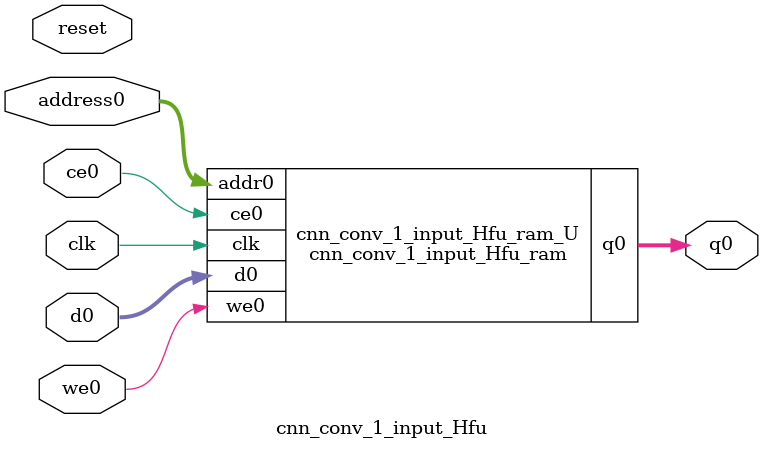
<source format=v>
`timescale 1 ns / 1 ps
module cnn_conv_1_input_Hfu_ram (addr0, ce0, d0, we0, q0,  clk);

parameter DWIDTH = 14;
parameter AWIDTH = 7;
parameter MEM_SIZE = 90;

input[AWIDTH-1:0] addr0;
input ce0;
input[DWIDTH-1:0] d0;
input we0;
output reg[DWIDTH-1:0] q0;
input clk;

(* ram_style = "block" *)reg [DWIDTH-1:0] ram[0:MEM_SIZE-1];




always @(posedge clk)  
begin 
    if (ce0) 
    begin
        if (we0) 
        begin 
            ram[addr0] <= d0; 
        end 
        q0 <= ram[addr0];
    end
end


endmodule

`timescale 1 ns / 1 ps
module cnn_conv_1_input_Hfu(
    reset,
    clk,
    address0,
    ce0,
    we0,
    d0,
    q0);

parameter DataWidth = 32'd14;
parameter AddressRange = 32'd90;
parameter AddressWidth = 32'd7;
input reset;
input clk;
input[AddressWidth - 1:0] address0;
input ce0;
input we0;
input[DataWidth - 1:0] d0;
output[DataWidth - 1:0] q0;



cnn_conv_1_input_Hfu_ram cnn_conv_1_input_Hfu_ram_U(
    .clk( clk ),
    .addr0( address0 ),
    .ce0( ce0 ),
    .we0( we0 ),
    .d0( d0 ),
    .q0( q0 ));

endmodule


</source>
